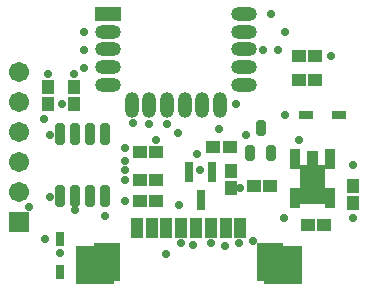
<source format=gts>
G04*
G04 #@! TF.GenerationSoftware,Altium Limited,Altium Designer,21.7.2 (23)*
G04*
G04 Layer_Color=8388736*
%FSLAX25Y25*%
%MOIN*%
G70*
G04*
G04 #@! TF.SameCoordinates,468C8543-70E2-46C5-B46D-702049A88486*
G04*
G04*
G04 #@! TF.FilePolarity,Negative*
G04*
G01*
G75*
%ADD30R,0.04934X0.03162*%
%ADD31R,0.04737X0.03950*%
%ADD32R,0.00394X0.00394*%
%ADD33O,0.08674X0.04737*%
%ADD34C,0.06800*%
%ADD35R,0.03477X0.06706*%
G04:AMPARAMS|DCode=36|XSize=73.35mil|YSize=31.23mil|CornerRadius=6.9mil|HoleSize=0mil|Usage=FLASHONLY|Rotation=270.000|XOffset=0mil|YOffset=0mil|HoleType=Round|Shape=RoundedRectangle|*
%AMROUNDEDRECTD36*
21,1,0.07335,0.01742,0,0,270.0*
21,1,0.05955,0.03123,0,0,270.0*
1,1,0.01381,-0.00871,-0.02977*
1,1,0.01381,-0.00871,0.02977*
1,1,0.01381,0.00871,0.02977*
1,1,0.01381,0.00871,-0.02977*
%
%ADD36ROUNDEDRECTD36*%
%ADD37R,0.03950X0.04737*%
%ADD38O,0.04737X0.08674*%
%ADD39R,0.08674X0.04737*%
G04:AMPARAMS|DCode=40|XSize=50.91mil|YSize=32.02mil|CornerRadius=7mil|HoleSize=0mil|Usage=FLASHONLY|Rotation=90.000|XOffset=0mil|YOffset=0mil|HoleType=Round|Shape=RoundedRectangle|*
%AMROUNDEDRECTD40*
21,1,0.05091,0.01801,0,0,90.0*
21,1,0.03691,0.03202,0,0,90.0*
1,1,0.01400,0.00901,0.01846*
1,1,0.01400,0.00901,-0.01846*
1,1,0.01400,-0.00901,-0.01846*
1,1,0.01400,-0.00901,0.01846*
%
%ADD40ROUNDEDRECTD40*%
%ADD41R,0.03162X0.06509*%
%ADD42R,0.03162X0.04934*%
%ADD43R,0.13005X0.12611*%
%ADD44R,0.03950X0.07099*%
%ADD45R,0.09068X0.12611*%
%ADD46C,0.06706*%
%ADD47R,0.06706X0.06706*%
%ADD48C,0.02769*%
G36*
X99862Y31157D02*
Y43953D01*
X102323D01*
Y48677D01*
X105787D01*
Y43953D01*
X108248D01*
Y31157D01*
X99862D01*
D02*
G37*
G54D30*
X101965Y60579D02*
D03*
X112988D02*
D03*
G54D31*
X84555Y37020D02*
D03*
X90055D02*
D03*
X76555Y49925D02*
D03*
X71055D02*
D03*
X99555Y80425D02*
D03*
X105055D02*
D03*
Y72425D02*
D03*
X99555D02*
D03*
X46555Y38925D02*
D03*
X52055D02*
D03*
X46555Y31925D02*
D03*
X52055D02*
D03*
X46555Y48425D02*
D03*
X52055D02*
D03*
X102571Y24114D02*
D03*
X108071D02*
D03*
G54D32*
X81193Y70740D02*
D03*
G54D33*
D03*
Y76646D02*
D03*
Y82551D02*
D03*
Y88457D02*
D03*
Y94362D02*
D03*
X35917Y70740D02*
D03*
Y76646D02*
D03*
Y82551D02*
D03*
Y88457D02*
D03*
G54D34*
X104055Y38244D02*
D03*
G54D35*
X109961Y45921D02*
D03*
X98150D02*
D03*
Y32929D02*
D03*
X109961D02*
D03*
G54D36*
X35055Y54260D02*
D03*
X30055D02*
D03*
X25055D02*
D03*
X20055D02*
D03*
Y33591D02*
D03*
X25055D02*
D03*
X30055D02*
D03*
X35055D02*
D03*
G54D37*
X24555Y69925D02*
D03*
Y64425D02*
D03*
X117555Y36925D02*
D03*
Y31425D02*
D03*
X16055Y69925D02*
D03*
Y64425D02*
D03*
X77055Y41925D02*
D03*
Y36425D02*
D03*
G54D38*
X73319Y63850D02*
D03*
X67413D02*
D03*
X61508D02*
D03*
X55602D02*
D03*
X49697D02*
D03*
X43791D02*
D03*
G54D39*
X35917Y94362D02*
D03*
G54D40*
X86799Y56315D02*
D03*
X90402Y47890D02*
D03*
X83197D02*
D03*
G54D41*
X66823Y32457D02*
D03*
X63083Y41709D02*
D03*
X70563D02*
D03*
G54D42*
X19831Y19295D02*
D03*
Y8272D02*
D03*
G54D43*
X94097Y10630D02*
D03*
X31594D02*
D03*
G54D44*
X55413Y22933D02*
D03*
X60335D02*
D03*
X50492D02*
D03*
X45571D02*
D03*
X65256D02*
D03*
X70177D02*
D03*
X75098D02*
D03*
X80020D02*
D03*
G54D45*
X35531Y11516D02*
D03*
X90059D02*
D03*
G54D46*
X6201Y75098D02*
D03*
Y65098D02*
D03*
Y55098D02*
D03*
Y45098D02*
D03*
Y35098D02*
D03*
G54D47*
Y25098D02*
D03*
G54D48*
X49669Y57823D02*
D03*
X55673D02*
D03*
X41555Y49654D02*
D03*
X14429Y59299D02*
D03*
X59315Y54772D02*
D03*
X94555Y26425D02*
D03*
X117555Y43925D02*
D03*
X41555Y38925D02*
D03*
Y31925D02*
D03*
Y45425D02*
D03*
Y42425D02*
D03*
X25055Y28925D02*
D03*
X20555Y64425D02*
D03*
X24555Y74425D02*
D03*
X28055Y76425D02*
D03*
Y82425D02*
D03*
Y88425D02*
D03*
X16055Y74425D02*
D03*
X52055Y52425D02*
D03*
X73055Y55925D02*
D03*
X66555Y42425D02*
D03*
X82055Y53925D02*
D03*
X117555Y26425D02*
D03*
X99555Y52425D02*
D03*
X80055Y36425D02*
D03*
X78555Y64425D02*
D03*
X16555Y33425D02*
D03*
Y53925D02*
D03*
X35055Y26925D02*
D03*
X95043Y60579D02*
D03*
X65453Y47736D02*
D03*
X92512Y82480D02*
D03*
X94882Y88287D02*
D03*
X87500Y82480D02*
D03*
X84350Y18799D02*
D03*
X110236Y80315D02*
D03*
X104035Y39370D02*
D03*
X59449Y30610D02*
D03*
X64272Y17224D02*
D03*
X75000Y17126D02*
D03*
X55413Y14370D02*
D03*
X60138Y18012D02*
D03*
X70177D02*
D03*
X79724Y18110D02*
D03*
X19882Y14567D02*
D03*
X14764Y19390D02*
D03*
X9744Y30020D02*
D03*
X44193Y57972D02*
D03*
X90158Y94488D02*
D03*
M02*

</source>
